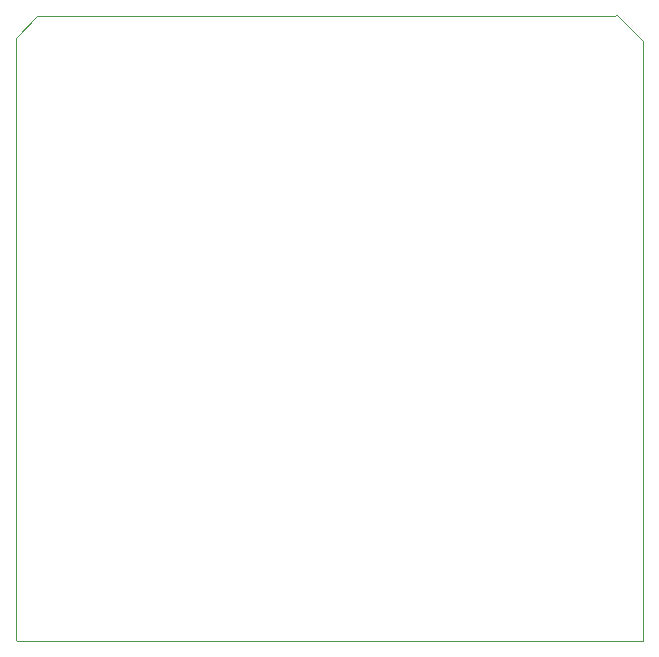
<source format=gbr>
G04*
G04 #@! TF.GenerationSoftware,Altium Limited,Altium Designer,22.4.2 (48)*
G04*
G04 Layer_Color=0*
%FSLAX44Y44*%
%MOMM*%
G71*
G04*
G04 #@! TF.SameCoordinates,1039030C-265D-4712-A70C-599C82CECBD2*
G04*
G04*
G04 #@! TF.FilePolarity,Positive*
G04*
G01*
G75*
%ADD19C,0.0254*%
D19*
X750000Y551000D02*
X751000Y550000D01*
X1281000D01*
Y1058000D01*
X1259000Y1080000D01*
X1258000D01*
X1257000Y1079000D01*
X768000D01*
X750000Y1061000D01*
Y551000D01*
M02*

</source>
